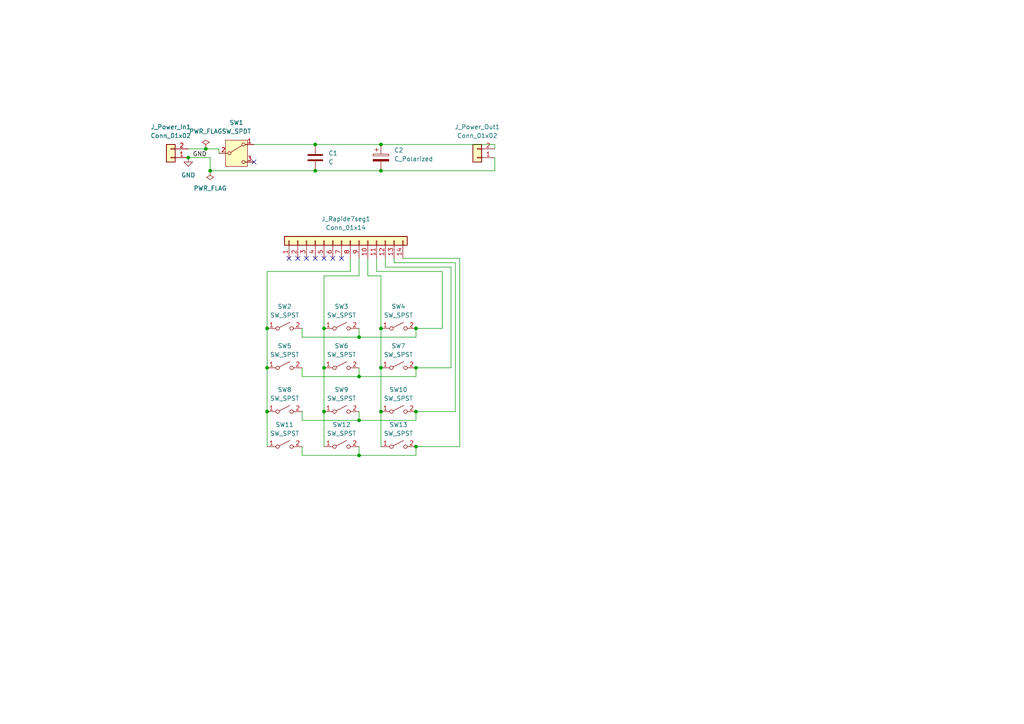
<source format=kicad_sch>
(kicad_sch (version 20231120) (generator "eeschema") (generator_version "8.0")
  (paper "A4")
  (title_block (title "Resistor Calculator") (date "2024-04-15") (company "AlanFromJapan - http://electrogeek.cc"))
  (lib_symbols
    (symbol "Device:C" (pin_numbers hide) (pin_names (offset 0.254))
      (property "Reference" "C" (at 0.635 2.54 0))
      (property "Value" "C" (at 0.635 -2.54 0))
      (symbol "C_0_1"
        (polyline (pts (xy -2.032 -0.762) (xy 2.032 -0.762)) (stroke (width 0.508)))
        (polyline (pts (xy -2.032 0.762) (xy 2.032 0.762)) (stroke (width 0.508)))
      )
      (symbol "C_1_1"
        (pin passive line (at 0 3.81 270) (length 2.794) (name "~") (number "1"))
        (pin passive line (at 0 -3.81 90) (length 2.794) (name "~") (number "2"))
      )
    )
    (symbol "Device:C_Polarized" (pin_numbers hide) (pin_names (offset 0.254))
      (property "Reference" "C" (at 0.635 2.54 0))
      (property "Value" "C_Polarized" (at 0.635 -2.54 0))
      (symbol "C_Polarized_0_1"
        (rectangle (start -2.286 0.508) (end 2.286 1.016))
        (polyline (pts (xy -1.778 2.286) (xy -0.762 2.286)))
        (polyline (pts (xy -1.27 2.794) (xy -1.27 1.778)))
        (rectangle (start 2.286 -0.508) (end -2.286 -1.016) (fill (type outline)))
      )
      (symbol "C_Polarized_1_1"
        (pin passive line (at 0 3.81 270) (length 2.794) (name "~") (number "1"))
        (pin passive line (at 0 -3.81 90) (length 2.794) (name "~") (number "2"))
      )
    )
    (symbol "Sparkfun conn:Conn_01x02" (pin_names (offset 1.016) hide)
      (property "Reference" "J" (at 0 2.54 0))
      (property "Value" "Conn_01x02" (at 0 -5.08 0))
      (symbol "Conn_01x02_1_1"
        (rectangle (start -1.27 -2.413) (end 0 -2.667) (stroke (width 0.1524)))
        (rectangle (start -1.27 0.127) (end 0 -0.127) (stroke (width 0.1524)))
        (rectangle (start -1.27 1.27) (end 1.27 -3.81) (stroke (width 0.254)) (fill (type background)))
        (pin passive line (at -5.08 0 0) (length 3.81) (name "Pin_1") (number "1"))
        (pin passive line (at -5.08 -2.54 0) (length 3.81) (name "Pin_2") (number "2"))
      )
    )
    (symbol "Sparkfun conn:Conn_01x14" (pin_names (offset 1.016) hide)
      (property "Reference" "J" (at 0 17.78 0))
      (property "Value" "Conn_01x14" (at 0 -20.32 0))
      (symbol "Conn_01x14_1_1"
        (rectangle (start -1.27 -17.653) (end 0 -17.907) (stroke (width 0.1524)))
        (rectangle (start -1.27 -15.113) (end 0 -15.367) (stroke (width 0.1524)))
        (rectangle (start -1.27 -12.573) (end 0 -12.827) (stroke (width 0.1524)))
        (rectangle (start -1.27 -10.033) (end 0 -10.287) (stroke (width 0.1524)))
        (rectangle (start -1.27 -7.493) (end 0 -7.747) (stroke (width 0.1524)))
        (rectangle (start -1.27 -4.953) (end 0 -5.207) (stroke (width 0.1524)))
        (rectangle (start -1.27 -2.413) (end 0 -2.667) (stroke (width 0.1524)))
        (rectangle (start -1.27 0.127) (end 0 -0.127) (stroke (width 0.1524)))
        (rectangle (start -1.27 2.667) (end 0 2.413) (stroke (width 0.1524)))
        (rectangle (start -1.27 5.207) (end 0 4.953) (stroke (width 0.1524)))
        (rectangle (start -1.27 7.747) (end 0 7.493) (stroke (width 0.1524)))
        (rectangle (start -1.27 10.287) (end 0 10.033) (stroke (width 0.1524)))
        (rectangle (start -1.27 12.827) (end 0 12.573) (stroke (width 0.1524)))
        (rectangle (start -1.27 15.367) (end 0 15.113) (stroke (width 0.1524)))
        (rectangle (start -1.27 16.51) (end 1.27 -19.05) (stroke (width 0.254)) (fill (type background)))
        (pin passive line (at -5.08 15.24 0) (length 3.81) (name "Pin_1") (number "1"))
        (pin passive line (at -5.08 -7.62 0) (length 3.81) (name "Pin_10") (number "10"))
        (pin passive line (at -5.08 -10.16 0) (length 3.81) (name "Pin_11") (number "11"))
        (pin passive line (at -5.08 -12.7 0) (length 3.81) (name "Pin_12") (number "12"))
        (pin passive line (at -5.08 -15.24 0) (length 3.81) (name "Pin_13") (number "13"))
        (pin passive line (at -5.08 -17.78 0) (length 3.81) (name "Pin_14") (number "14"))
        (pin passive line (at -5.08 12.7 0) (length 3.81) (name "Pin_2") (number "2"))
        (pin passive line (at -5.08 10.16 0) (length 3.81) (name "Pin_3") (number "3"))
        (pin passive line (at -5.08 7.62 0) (length 3.81) (name "Pin_4") (number "4"))
        (pin passive line (at -5.08 5.08 0) (length 3.81) (name "Pin_5") (number "5"))
        (pin passive line (at -5.08 2.54 0) (length 3.81) (name "Pin_6") (number "6"))
        (pin passive line (at -5.08 0 0) (length 3.81) (name "Pin_7") (number "7"))
        (pin passive line (at -5.08 -2.54 0) (length 3.81) (name "Pin_8") (number "8"))
        (pin passive line (at -5.08 -5.08 0) (length 3.81) (name "Pin_9") (number "9"))
      )
    )
    (symbol "Switch:SW_SPDT" (pin_names (offset 0) hide)
      (property "Reference" "SW" (at 0 5.08 0))
      (property "Value" "SW_SPDT" (at 0 -5.08 0))
      (symbol "SW_SPDT_0_1"
        (circle (center -2.032 0) (radius 0.4572))
        (polyline (pts (xy -1.651 0.254) (xy 1.651 2.286)))
        (circle (center 2.032 -2.54) (radius 0.4572))
        (circle (center 2.032 2.54) (radius 0.4572))
      )
      (symbol "SW_SPDT_1_1"
        (rectangle (start -3.175 3.81) (end 3.175 -3.81) (fill (type background)))
        (pin passive line (at 5.08 2.54 180) (length 2.54) (name "A") (number "1"))
        (pin passive line (at -5.08 0 0) (length 2.54) (name "B") (number "2"))
        (pin passive line (at 5.08 -2.54 180) (length 2.54) (name "C") (number "3"))
      )
    )
    (symbol "Switch:SW_SPST" (pin_names (offset 0) hide)
      (property "Reference" "SW" (at 0 3.175 0))
      (property "Value" "SW_SPST" (at 0 -2.54 0))
      (symbol "SW_SPST_0_0"
        (circle (center -2.032 0) (radius 0.508))
        (polyline (pts (xy -1.524 0.254) (xy 1.524 1.778)))
        (circle (center 2.032 0) (radius 0.508))
      )
      (symbol "SW_SPST_1_1"
        (pin passive line (at -5.08 0 0) (length 2.54) (name "A") (number "1"))
        (pin passive line (at 5.08 0 180) (length 2.54) (name "B") (number "2"))
      )
    )
    (symbol "power:GND" (power) (pin_numbers hide) (pin_names (offset 0) hide)
      (property "Value" "GND" (at 0 -3.81 0))
      (symbol "GND_0_1"
        (polyline (pts (xy 0 0) (xy 0 -1.27) (xy 1.27 -1.27) (xy 0 -2.54) (xy -1.27 -1.27) (xy 0 -1.27)))
      )
      (symbol "GND_1_1"
        (pin power_in line (at 0 0 270) (length 0) (name "~") (number "1"))
      )
    )
    (symbol "power:PWR_FLAG" (power) (pin_numbers hide) (pin_names (offset 0) hide)
      (property "Value" "PWR_FLAG" (at 0 3.81 0))
      (symbol "PWR_FLAG_0_0"
        (pin power_out line (at 0 0 90) (length 0) (name "~") (number "1"))
      )
      (symbol "PWR_FLAG_0_1"
        (polyline (pts (xy 0 0) (xy 0 1.27) (xy -1.016 1.905) (xy 0 2.54) (xy 1.016 1.905) (xy 0 1.27)))
      )
    )
  )
  (junction (at 120.65 95.25))
  (junction (at 120.65 106.68))
  (junction (at 120.65 129.54))
  (junction (at 93.98 119.38))
  (junction (at 54.61 45.72))
  (junction (at 120.65 119.38))
  (junction (at 110.49 49.53))
  (junction (at 59.69 43.18))
  (junction (at 91.44 41.91))
  (junction (at 60.96 49.53))
  (junction (at 110.49 106.68))
  (junction (at 104.14 109.22))
  (junction (at 91.44 49.53))
  (junction (at 93.98 95.25))
  (junction (at 77.47 106.68))
  (junction (at 77.47 95.25))
  (junction (at 93.98 106.68))
  (junction (at 104.14 121.92))
  (junction (at 104.14 97.79))
  (junction (at 110.49 41.91))
  (junction (at 110.49 119.38))
  (junction (at 77.47 119.38))
  (junction (at 104.14 132.08))
  (junction (at 110.49 95.25))
  (no_connect (at 96.52 74.93))
  (no_connect (at 86.36 74.93))
  (no_connect (at 83.82 74.93))
  (no_connect (at 99.06 74.93))
  (no_connect (at 73.66 46.99))
  (no_connect (at 91.44 74.93))
  (no_connect (at 93.98 74.93))
  (no_connect (at 88.9 74.93))
  (wire (pts (xy 77.47 78.74) (xy 77.47 95.25)))
  (wire (pts (xy 101.6 78.74) (xy 101.6 74.93)))
  (wire (pts (xy 87.63 95.25) (xy 87.63 97.79)))
  (wire (pts (xy 132.08 119.38) (xy 132.08 76.2)))
  (wire (pts (xy 77.47 78.74) (xy 101.6 78.74)))
  (wire (pts (xy 120.65 132.08) (xy 120.65 129.54)))
  (wire (pts (xy 93.98 80.01) (xy 104.14 80.01)))
  (wire (pts (xy 110.49 80.01) (xy 106.68 80.01)))
  (wire (pts (xy 143.51 41.91) (xy 143.51 43.18)))
  (wire (pts (xy 104.14 97.79) (xy 120.65 97.79)))
  (wire (pts (xy 54.61 45.72) (xy 60.96 45.72)))
  (wire (pts (xy 133.35 129.54) (xy 133.35 74.93)))
  (wire (pts (xy 130.81 77.47) (xy 111.76 77.47)))
  (wire (pts (xy 73.66 41.91) (xy 91.44 41.91)))
  (wire (pts (xy 109.22 78.74) (xy 109.22 74.93)))
  (wire (pts (xy 110.49 49.53) (xy 143.51 49.53)))
  (wire (pts (xy 87.63 132.08) (xy 104.14 132.08)))
  (wire (pts (xy 120.65 95.25) (xy 128.27 95.25)))
  (wire (pts (xy 104.14 121.92) (xy 120.65 121.92)))
  (wire (pts (xy 104.14 109.22) (xy 104.14 106.68)))
  (wire (pts (xy 60.96 49.53) (xy 91.44 49.53)))
  (wire (pts (xy 91.44 49.53) (xy 110.49 49.53)))
  (wire (pts (xy 110.49 95.25) (xy 110.49 106.68)))
  (wire (pts (xy 120.65 95.25) (xy 120.65 97.79)))
  (wire (pts (xy 104.14 121.92) (xy 104.14 119.38)))
  (wire (pts (xy 120.65 106.68) (xy 130.81 106.68)))
  (wire (pts (xy 104.14 109.22) (xy 120.65 109.22)))
  (wire (pts (xy 77.47 106.68) (xy 77.47 119.38)))
  (wire (pts (xy 106.68 80.01) (xy 106.68 74.93)))
  (wire (pts (xy 93.98 95.25) (xy 93.98 106.68)))
  (wire (pts (xy 128.27 78.74) (xy 109.22 78.74)))
  (wire (pts (xy 77.47 119.38) (xy 77.47 129.54)))
  (wire (pts (xy 128.27 95.25) (xy 128.27 78.74)))
  (wire (pts (xy 63.5 43.18) (xy 63.5 44.45)))
  (wire (pts (xy 93.98 119.38) (xy 93.98 129.54)))
  (wire (pts (xy 87.63 119.38) (xy 87.63 121.92)))
  (wire (pts (xy 130.81 106.68) (xy 130.81 77.47)))
  (wire (pts (xy 111.76 77.47) (xy 111.76 74.93)))
  (wire (pts (xy 87.63 129.54) (xy 87.63 132.08)))
  (wire (pts (xy 59.69 43.18) (xy 63.5 43.18)))
  (wire (pts (xy 104.14 80.01) (xy 104.14 74.93)))
  (wire (pts (xy 104.14 132.08) (xy 104.14 129.54)))
  (wire (pts (xy 104.14 95.25) (xy 104.14 97.79)))
  (wire (pts (xy 87.63 106.68) (xy 87.63 109.22)))
  (wire (pts (xy 87.63 97.79) (xy 104.14 97.79)))
  (wire (pts (xy 93.98 106.68) (xy 93.98 119.38)))
  (wire (pts (xy 132.08 76.2) (xy 114.3 76.2)))
  (wire (pts (xy 110.49 106.68) (xy 110.49 119.38)))
  (wire (pts (xy 120.65 121.92) (xy 120.65 119.38)))
  (wire (pts (xy 143.51 49.53) (xy 143.51 45.72)))
  (wire (pts (xy 54.61 43.18) (xy 59.69 43.18)))
  (wire (pts (xy 104.14 132.08) (xy 120.65 132.08)))
  (wire (pts (xy 91.44 41.91) (xy 110.49 41.91)))
  (wire (pts (xy 77.47 95.25) (xy 77.47 106.68)))
  (wire (pts (xy 133.35 74.93) (xy 116.84 74.93)))
  (wire (pts (xy 110.49 41.91) (xy 143.51 41.91)))
  (wire (pts (xy 87.63 121.92) (xy 104.14 121.92)))
  (wire (pts (xy 120.65 129.54) (xy 133.35 129.54)))
  (wire (pts (xy 93.98 80.01) (xy 93.98 95.25)))
  (wire (pts (xy 120.65 119.38) (xy 132.08 119.38)))
  (wire (pts (xy 110.49 80.01) (xy 110.49 95.25)))
  (wire (pts (xy 114.3 76.2) (xy 114.3 74.93)))
  (wire (pts (xy 110.49 119.38) (xy 110.49 129.54)))
  (wire (pts (xy 60.96 45.72) (xy 60.96 49.53)))
  (wire (pts (xy 120.65 109.22) (xy 120.65 106.68)))
  (wire (pts (xy 87.63 109.22) (xy 104.14 109.22)))
  (label "GND" (at 55.88 45.72 0))
  (symbol (lib_id "Switch:SW_SPST") (at 99.06 106.68 0) (unit 1)
    (property "Reference" "SW6" (at 99.06 100.33 0))
    (property "Value" "SW_SPST" (at 99.06 102.87 0))
    (property "Footprint" "Button_Switch_THT:SW_PUSH-12mm" (effects (hide yes)))
    (property "Description" "Single Pole Single Throw (SPST) switch" (effects (hide yes)))
  )
  (symbol (lib_id "Switch:SW_SPST") (at 82.55 129.54 0) (unit 1)
    (property "Reference" "SW11" (at 82.55 123.19 0))
    (property "Value" "SW_SPST" (at 82.55 125.73 0))
    (property "Footprint" "Button_Switch_THT:SW_PUSH-12mm" (effects (hide yes)))
    (property "Description" "Single Pole Single Throw (SPST) switch" (effects (hide yes)))
  )
  (symbol (lib_id "Device:C_Polarized") (at 110.49 45.72 0) (unit 1)
    (property "Reference" "C2" (at 114.3 43.5609 0) (effects (justify left)))
    (property "Value" "C_Polarized" (at 114.3 46.1009 0) (effects (justify left)))
    (property "Footprint" "Capacitor_THT:CP_Radial_D5.0mm_P2.50mm" (effects (hide yes)))
    (property "Description" "Polarized capacitor" (effects (hide yes)))
  )
  (symbol (lib_id "Switch:SW_SPST") (at 82.55 119.38 0) (unit 1)
    (property "Reference" "SW8" (at 82.55 113.03 0))
    (property "Value" "SW_SPST" (at 82.55 115.57 0))
    (property "Footprint" "Button_Switch_THT:SW_PUSH-12mm" (effects (hide yes)))
    (property "Description" "Single Pole Single Throw (SPST) switch" (effects (hide yes)))
  )
  (symbol (lib_id "Switch:SW_SPST") (at 99.06 119.38 0) (unit 1)
    (property "Reference" "SW9" (at 99.06 113.03 0))
    (property "Value" "SW_SPST" (at 99.06 115.57 0))
    (property "Footprint" "Button_Switch_THT:SW_PUSH-12mm" (effects (hide yes)))
    (property "Description" "Single Pole Single Throw (SPST) switch" (effects (hide yes)))
  )
  (symbol (lib_id "Switch:SW_SPST") (at 115.57 129.54 0) (unit 1)
    (property "Reference" "SW13" (at 115.57 123.19 0))
    (property "Value" "SW_SPST" (at 115.57 125.73 0))
    (property "Footprint" "Button_Switch_THT:SW_PUSH-12mm" (effects (hide yes)))
    (property "Description" "Single Pole Single Throw (SPST) switch" (effects (hide yes)))
  )
  (symbol (lib_id "Switch:SW_SPST") (at 115.57 119.38 0) (unit 1)
    (property "Reference" "SW10" (at 115.57 113.03 0))
    (property "Value" "SW_SPST" (at 115.57 115.57 0))
    (property "Footprint" "Button_Switch_THT:SW_PUSH-12mm" (effects (hide yes)))
    (property "Description" "Single Pole Single Throw (SPST) switch" (effects (hide yes)))
  )
  (symbol (lib_id "Switch:SW_SPST") (at 99.06 95.25 0) (unit 1)
    (property "Reference" "SW3" (at 99.06 88.9 0))
    (property "Value" "SW_SPST" (at 99.06 91.44 0))
    (property "Footprint" "Button_Switch_THT:SW_PUSH-12mm" (effects (hide yes)))
    (property "Description" "Single Pole Single Throw (SPST) switch" (effects (hide yes)))
  )
  (symbol (lib_id "Device:C") (at 91.44 45.72 0) (unit 1)
    (property "Reference" "C1" (at 95.25 44.4499 0) (effects (justify left)))
    (property "Value" "C" (at 95.25 46.9899 0) (effects (justify left)))
    (property "Footprint" "Capacitor_THT:C_Disc_D4.3mm_W1.9mm_P5.00mm" (effects (hide yes)))
    (property "Description" "Unpolarized capacitor" (effects (hide yes)))
  )
  (symbol (lib_id "Switch:SW_SPDT") (at 68.58 44.45 0) (unit 1)
    (property "Reference" "SW1" (at 68.58 35.56 0))
    (property "Value" "SW_SPDT" (at 68.58 38.1 0))
    (property "Footprint" "Button_Switch_THT:SW_Slide-03_Wuerth-WS-SLTV_10x2.5x6.4_P2.54mm" (effects (hide yes)))
    (property "Description" "Switch, single pole double throw" (effects (hide yes)))
  )
  (symbol (lib_id "Switch:SW_SPST") (at 115.57 106.68 0) (unit 1)
    (property "Reference" "SW7" (at 115.57 100.33 0))
    (property "Value" "SW_SPST" (at 115.57 102.87 0))
    (property "Footprint" "Button_Switch_THT:SW_PUSH-12mm" (effects (hide yes)))
    (property "Description" "Single Pole Single Throw (SPST) switch" (effects (hide yes)))
  )
  (symbol (lib_id "Switch:SW_SPST") (at 99.06 129.54 0) (unit 1)
    (property "Reference" "SW12" (at 99.06 123.19 0))
    (property "Value" "SW_SPST" (at 99.06 125.73 0))
    (property "Footprint" "Button_Switch_THT:SW_PUSH-12mm" (effects (hide yes)))
    (property "Description" "Single Pole Single Throw (SPST) switch" (effects (hide yes)))
  )
  (symbol (lib_id "Sparkfun conn:Conn_01x02") (at 138.43 45.72 180) (unit 1)
    (property "Reference" "J_Power_Out1" (at 138.43 36.83 0))
    (property "Value" "Conn_01x02" (at 138.43 39.37 0))
    (property "Footprint" "Connector_PinHeader_2.54mm:PinHeader_1x02_P2.54mm_Vertical" (effects (hide yes)))
    (property "Description" "Generic connector, single row, 01x02, script generated (kicad-library-utils/schlib/autogen/connector/)" (effects (hide yes)))
  )
  (symbol (lib_id "power:GND") (at 54.61 45.72 0) (unit 1)
    (property "Reference" "#PWR01" (effects (hide yes)))
    (property "Value" "GND" (at 54.61 50.8 0))
    (property "Description" "Power symbol creates a global label with name \"GND\" , ground" (effects (hide yes)))
  )
  (symbol (lib_id "power:PWR_FLAG") (at 60.96 49.53 180) (unit 1)
    (property "Reference" "#FLG02" (effects (hide yes)))
    (property "Value" "PWR_FLAG" (at 60.96 54.61 0))
    (property "Description" "Special symbol for telling ERC where power comes from" (effects (hide yes)))
  )
  (symbol (lib_id "Sparkfun conn:Conn_01x02") (at 49.53 45.72 180) (unit 1)
    (property "Reference" "J_Power_In1" (at 49.53 36.83 0))
    (property "Value" "Conn_01x02" (at 49.53 39.37 0))
    (property "Footprint" "Connector_PinHeader_2.54mm:PinHeader_1x02_P2.54mm_Vertical" (effects (hide yes)))
    (property "Description" "Generic connector, single row, 01x02, script generated (kicad-library-utils/schlib/autogen/connector/)" (effects (hide yes)))
  )
  (symbol (lib_id "Switch:SW_SPST") (at 82.55 106.68 0) (unit 1)
    (property "Reference" "SW5" (at 82.55 100.33 0))
    (property "Value" "SW_SPST" (at 82.55 102.87 0))
    (property "Footprint" "Button_Switch_THT:SW_PUSH-12mm" (effects (hide yes)))
    (property "Description" "Single Pole Single Throw (SPST) switch" (effects (hide yes)))
  )
  (symbol (lib_id "power:PWR_FLAG") (at 59.69 43.18 0) (unit 1)
    (property "Reference" "#FLG01" (effects (hide yes)))
    (property "Value" "PWR_FLAG" (at 59.69 38.1 0))
    (property "Description" "Special symbol for telling ERC where power comes from" (effects (hide yes)))
  )
  (symbol (lib_id "Switch:SW_SPST") (at 82.55 95.25 0) (unit 1)
    (property "Reference" "SW2" (at 82.55 88.9 0))
    (property "Value" "SW_SPST" (at 82.55 91.44 0))
    (property "Footprint" "Button_Switch_THT:SW_PUSH-12mm" (effects (hide yes)))
    (property "Description" "Single Pole Single Throw (SPST) switch" (effects (hide yes)))
  )
  (symbol (lib_id "Sparkfun conn:Conn_01x14") (at 99.06 69.85 90) (unit 1)
    (property "Reference" "J_Rapide7seg1" (at 100.33 63.5 90))
    (property "Value" "Conn_01x14" (at 100.33 66.04 90))
    (property "Footprint" "Connector_PinHeader_2.54mm:PinHeader_1x14_P2.54mm_Vertical" (effects (hide yes)))
    (property "Description" "Generic connector, single row, 01x14, script generated (kicad-library-utils/schlib/autogen/connector/)" (effects (hide yes)))
  )
  (symbol (lib_id "Switch:SW_SPST") (at 115.57 95.25 0) (unit 1)
    (property "Reference" "SW4" (at 115.57 88.9 0))
    (property "Value" "SW_SPST" (at 115.57 91.44 0))
    (property "Footprint" "Button_Switch_THT:SW_PUSH-12mm" (effects (hide yes)))
    (property "Description" "Single Pole Single Throw (SPST) switch" (effects (hide yes)))
  )
)
</source>
